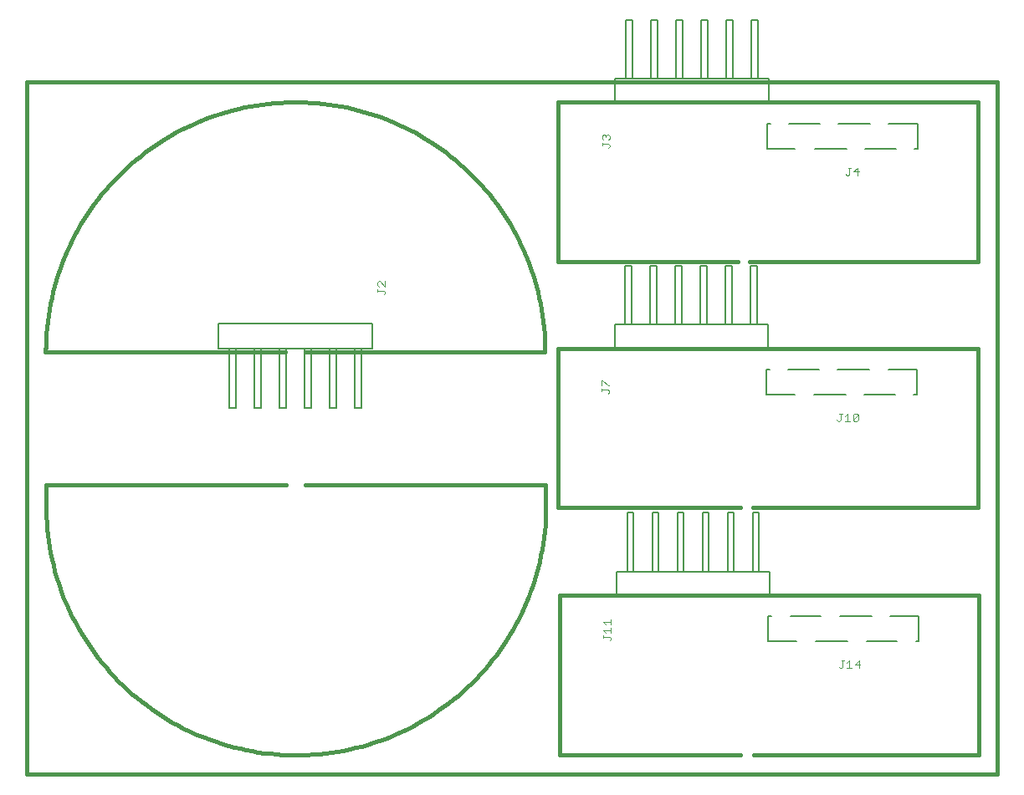
<source format=gto>
G75*
%MOIN*%
%OFA0B0*%
%FSLAX25Y25*%
%IPPOS*%
%LPD*%
%AMOC8*
5,1,8,0,0,1.08239X$1,22.5*
%
%ADD10C,0.01600*%
%ADD11C,0.00400*%
%ADD12C,0.00500*%
D10*
X0001800Y0025623D02*
X0001800Y0301463D01*
X0388760Y0301463D01*
X0388760Y0025623D01*
X0001800Y0025623D01*
X0009689Y0138093D02*
X0009592Y0135653D01*
X0009554Y0133211D01*
X0009575Y0130769D01*
X0009657Y0128328D01*
X0009799Y0125890D01*
X0010000Y0123456D01*
X0010261Y0121028D01*
X0010581Y0118607D01*
X0010961Y0116195D01*
X0011399Y0113792D01*
X0011896Y0111401D01*
X0012452Y0109023D01*
X0013066Y0106659D01*
X0013738Y0104311D01*
X0014467Y0101981D01*
X0015253Y0099668D01*
X0016095Y0097376D01*
X0016994Y0095105D01*
X0017947Y0092857D01*
X0018956Y0090633D01*
X0020019Y0088434D01*
X0021135Y0086262D01*
X0022304Y0084118D01*
X0023526Y0082003D01*
X0024799Y0079919D01*
X0026123Y0077867D01*
X0027496Y0075848D01*
X0028919Y0073863D01*
X0030390Y0071913D01*
X0031908Y0070000D01*
X0033473Y0068125D01*
X0035083Y0066289D01*
X0036738Y0064493D01*
X0038436Y0062738D01*
X0040177Y0061025D01*
X0041959Y0059356D01*
X0043782Y0057730D01*
X0045644Y0056150D01*
X0047544Y0054616D01*
X0049481Y0053129D01*
X0051454Y0051690D01*
X0053462Y0050299D01*
X0055503Y0048958D01*
X0057576Y0047668D01*
X0059681Y0046429D01*
X0061815Y0045242D01*
X0063977Y0044107D01*
X0066167Y0043026D01*
X0068383Y0041999D01*
X0070623Y0041027D01*
X0072886Y0040110D01*
X0075172Y0039248D01*
X0077477Y0038443D01*
X0079802Y0037694D01*
X0082144Y0037003D01*
X0084503Y0036370D01*
X0086876Y0035794D01*
X0089263Y0035277D01*
X0091661Y0034818D01*
X0094071Y0034418D01*
X0096489Y0034078D01*
X0098915Y0033797D01*
X0101347Y0033575D01*
X0103784Y0033414D01*
X0106224Y0033311D01*
X0108665Y0033269D01*
X0111108Y0033287D01*
X0113548Y0033364D01*
X0115987Y0033502D01*
X0118421Y0033699D01*
X0120850Y0033956D01*
X0123271Y0034272D01*
X0125684Y0034647D01*
X0128087Y0035082D01*
X0130479Y0035575D01*
X0132858Y0036127D01*
X0135223Y0036736D01*
X0137572Y0037404D01*
X0139904Y0038129D01*
X0142218Y0038911D01*
X0144511Y0039750D01*
X0146784Y0040644D01*
X0149034Y0041594D01*
X0151260Y0042599D01*
X0153460Y0043658D01*
X0155634Y0044770D01*
X0157780Y0045936D01*
X0159897Y0047154D01*
X0161983Y0048423D01*
X0164038Y0049744D01*
X0166059Y0051114D01*
X0168047Y0052533D01*
X0169999Y0054001D01*
X0171914Y0055515D01*
X0173792Y0057077D01*
X0175631Y0058684D01*
X0177430Y0060336D01*
X0179188Y0062031D01*
X0180903Y0063769D01*
X0182576Y0065548D01*
X0184205Y0067368D01*
X0185788Y0069227D01*
X0187325Y0071125D01*
X0188816Y0073059D01*
X0190258Y0075030D01*
X0191652Y0077035D01*
X0192997Y0079074D01*
X0194290Y0081145D01*
X0195533Y0083248D01*
X0196724Y0085380D01*
X0197862Y0087540D01*
X0198947Y0089728D01*
X0199978Y0091942D01*
X0200954Y0094181D01*
X0201875Y0096443D01*
X0202741Y0098726D01*
X0203550Y0101030D01*
X0204302Y0103354D01*
X0204997Y0105695D01*
X0205635Y0108052D01*
X0206215Y0110425D01*
X0206736Y0112811D01*
X0207199Y0115208D01*
X0207603Y0117617D01*
X0207947Y0120035D01*
X0208232Y0122460D01*
X0208458Y0124892D01*
X0208624Y0127328D01*
X0208730Y0129768D01*
X0208777Y0132210D01*
X0208763Y0134652D01*
X0208690Y0137093D01*
X0208690Y0134843D02*
X0208690Y0140843D01*
X0208440Y0140843D02*
X0112940Y0140843D01*
X0105440Y0140843D02*
X0009940Y0140843D01*
X0009690Y0140843D02*
X0009690Y0138093D01*
X0009440Y0194093D02*
X0104940Y0194093D01*
X0009440Y0194093D02*
X0009470Y0196516D01*
X0009558Y0198937D01*
X0009705Y0201356D01*
X0009912Y0203770D01*
X0010177Y0206179D01*
X0010500Y0208580D01*
X0010882Y0210973D01*
X0011322Y0213356D01*
X0011820Y0215727D01*
X0012376Y0218086D01*
X0012989Y0220430D01*
X0013659Y0222759D01*
X0014385Y0225071D01*
X0015167Y0227364D01*
X0016005Y0229637D01*
X0016898Y0231890D01*
X0017846Y0234120D01*
X0018848Y0236326D01*
X0019903Y0238508D01*
X0021011Y0240663D01*
X0022171Y0242790D01*
X0023383Y0244889D01*
X0024645Y0246957D01*
X0025957Y0248994D01*
X0027319Y0250998D01*
X0028729Y0252969D01*
X0030186Y0254905D01*
X0031690Y0256804D01*
X0033240Y0258667D01*
X0034835Y0260491D01*
X0036474Y0262276D01*
X0038156Y0264020D01*
X0039880Y0265723D01*
X0041644Y0267384D01*
X0043449Y0269001D01*
X0045293Y0270573D01*
X0047174Y0272101D01*
X0049092Y0273582D01*
X0051045Y0275015D01*
X0053033Y0276401D01*
X0055054Y0277738D01*
X0057106Y0279026D01*
X0059190Y0280263D01*
X0061303Y0281448D01*
X0063444Y0282583D01*
X0065613Y0283664D01*
X0067807Y0284693D01*
X0070025Y0285667D01*
X0072267Y0286588D01*
X0074530Y0287454D01*
X0076813Y0288264D01*
X0079116Y0289018D01*
X0081436Y0289716D01*
X0083773Y0290358D01*
X0086125Y0290942D01*
X0088490Y0291469D01*
X0090867Y0291938D01*
X0093255Y0292349D01*
X0095652Y0292702D01*
X0098058Y0292996D01*
X0100469Y0293232D01*
X0102886Y0293409D01*
X0105306Y0293527D01*
X0107728Y0293586D01*
X0110152Y0293586D01*
X0112574Y0293527D01*
X0114994Y0293409D01*
X0117411Y0293232D01*
X0119822Y0292996D01*
X0122228Y0292702D01*
X0124625Y0292349D01*
X0127013Y0291938D01*
X0129390Y0291469D01*
X0131755Y0290942D01*
X0134107Y0290358D01*
X0136444Y0289716D01*
X0138764Y0289018D01*
X0141067Y0288264D01*
X0143350Y0287454D01*
X0145613Y0286588D01*
X0147855Y0285667D01*
X0150073Y0284693D01*
X0152267Y0283664D01*
X0154436Y0282583D01*
X0156577Y0281448D01*
X0158690Y0280263D01*
X0160774Y0279026D01*
X0162826Y0277738D01*
X0164847Y0276401D01*
X0166835Y0275015D01*
X0168788Y0273582D01*
X0170706Y0272101D01*
X0172587Y0270573D01*
X0174431Y0269001D01*
X0176236Y0267384D01*
X0178000Y0265723D01*
X0179724Y0264020D01*
X0181406Y0262276D01*
X0183045Y0260491D01*
X0184640Y0258667D01*
X0186190Y0256804D01*
X0187694Y0254905D01*
X0189151Y0252969D01*
X0190561Y0250998D01*
X0191923Y0248994D01*
X0193235Y0246957D01*
X0194497Y0244889D01*
X0195709Y0242790D01*
X0196869Y0240663D01*
X0197977Y0238508D01*
X0199032Y0236326D01*
X0200034Y0234120D01*
X0200982Y0231890D01*
X0201875Y0229637D01*
X0202713Y0227364D01*
X0203495Y0225071D01*
X0204221Y0222759D01*
X0204891Y0220430D01*
X0205504Y0218086D01*
X0206060Y0215727D01*
X0206558Y0213356D01*
X0206998Y0210973D01*
X0207380Y0208580D01*
X0207703Y0206179D01*
X0207968Y0203770D01*
X0208175Y0201356D01*
X0208322Y0198937D01*
X0208410Y0196516D01*
X0208440Y0194093D01*
X0113190Y0194093D01*
X0213690Y0195343D02*
X0213690Y0131843D01*
X0286190Y0131843D01*
X0291440Y0131843D02*
X0380940Y0131843D01*
X0380940Y0195343D01*
X0213690Y0195343D01*
X0213690Y0229843D02*
X0285440Y0229843D01*
X0289940Y0229843D02*
X0380940Y0229843D01*
X0380940Y0293593D01*
X0380690Y0293593D02*
X0213690Y0293593D01*
X0213690Y0229843D01*
X0214440Y0097093D02*
X0381440Y0097093D01*
X0381440Y0033343D01*
X0291690Y0033343D01*
X0286190Y0033343D02*
X0214190Y0033343D01*
X0214190Y0096843D01*
X0009440Y0194343D02*
X0009440Y0195343D01*
D11*
X0141637Y0217881D02*
X0141637Y0218915D01*
X0141637Y0218398D02*
X0144223Y0218398D01*
X0144740Y0217881D01*
X0144740Y0217364D01*
X0144223Y0216847D01*
X0144740Y0220070D02*
X0142672Y0222138D01*
X0142154Y0222138D01*
X0141637Y0221621D01*
X0141637Y0220587D01*
X0142154Y0220070D01*
X0144740Y0220070D02*
X0144740Y0222138D01*
X0230887Y0182584D02*
X0231404Y0182584D01*
X0233473Y0180515D01*
X0233990Y0180515D01*
X0233473Y0178844D02*
X0230887Y0178844D01*
X0230887Y0178327D02*
X0230887Y0179361D01*
X0230887Y0180515D02*
X0230887Y0182584D01*
X0233473Y0178844D02*
X0233990Y0178327D01*
X0233990Y0177810D01*
X0233473Y0177293D01*
X0324722Y0166810D02*
X0325239Y0166293D01*
X0325756Y0166293D01*
X0326273Y0166810D01*
X0326273Y0169395D01*
X0325756Y0169395D02*
X0326790Y0169395D01*
X0327944Y0168361D02*
X0328979Y0169395D01*
X0328979Y0166293D01*
X0330013Y0166293D02*
X0327944Y0166293D01*
X0331167Y0166810D02*
X0331167Y0168878D01*
X0331684Y0169395D01*
X0332719Y0169395D01*
X0333236Y0168878D01*
X0331167Y0166810D01*
X0331684Y0166293D01*
X0332719Y0166293D01*
X0333236Y0166810D01*
X0333236Y0168878D01*
X0234740Y0087306D02*
X0234740Y0085238D01*
X0234740Y0086272D02*
X0231637Y0086272D01*
X0232672Y0085238D01*
X0234740Y0084084D02*
X0234740Y0082015D01*
X0234740Y0083049D02*
X0231637Y0083049D01*
X0232672Y0082015D01*
X0231637Y0080861D02*
X0231637Y0079827D01*
X0231637Y0080344D02*
X0234223Y0080344D01*
X0234740Y0079827D01*
X0234740Y0079310D01*
X0234223Y0078793D01*
X0325472Y0068310D02*
X0325989Y0067793D01*
X0326506Y0067793D01*
X0327023Y0068310D01*
X0327023Y0070895D01*
X0326506Y0070895D02*
X0327540Y0070895D01*
X0328694Y0069861D02*
X0329729Y0070895D01*
X0329729Y0067793D01*
X0330763Y0067793D02*
X0328694Y0067793D01*
X0331917Y0069344D02*
X0333986Y0069344D01*
X0333469Y0070895D02*
X0331917Y0069344D01*
X0333469Y0067793D02*
X0333469Y0070895D01*
X0332969Y0264293D02*
X0332969Y0267395D01*
X0331417Y0265844D01*
X0333486Y0265844D01*
X0330263Y0267395D02*
X0329229Y0267395D01*
X0329746Y0267395D02*
X0329746Y0264810D01*
X0329229Y0264293D01*
X0328712Y0264293D01*
X0328195Y0264810D01*
X0234240Y0275810D02*
X0233723Y0275293D01*
X0234240Y0275810D02*
X0234240Y0276327D01*
X0233723Y0276844D01*
X0231137Y0276844D01*
X0231137Y0276327D02*
X0231137Y0277361D01*
X0231654Y0278515D02*
X0231137Y0279032D01*
X0231137Y0280067D01*
X0231654Y0280584D01*
X0232172Y0280584D01*
X0232689Y0280067D01*
X0233206Y0280584D01*
X0233723Y0280584D01*
X0234240Y0280067D01*
X0234240Y0279032D01*
X0233723Y0278515D01*
X0232689Y0279549D02*
X0232689Y0280067D01*
D12*
X0236428Y0292967D02*
X0297452Y0292967D01*
X0297452Y0302809D01*
X0293200Y0302809D01*
X0293200Y0326431D01*
X0290680Y0326431D01*
X0290680Y0302809D01*
X0293200Y0302809D01*
X0290680Y0302809D02*
X0236428Y0302809D01*
X0236428Y0292967D01*
X0240680Y0302809D02*
X0240680Y0326431D01*
X0243200Y0326431D01*
X0243200Y0302809D01*
X0250680Y0302809D02*
X0250680Y0326431D01*
X0253200Y0326431D01*
X0253200Y0302809D01*
X0260680Y0302809D02*
X0260680Y0326431D01*
X0263200Y0326431D01*
X0263200Y0302809D01*
X0270680Y0302809D02*
X0270680Y0326431D01*
X0273200Y0326431D01*
X0273200Y0302809D01*
X0280680Y0302809D02*
X0280680Y0326431D01*
X0283200Y0326431D01*
X0283200Y0302809D01*
X0296940Y0285093D02*
X0298200Y0285093D01*
X0296940Y0285093D02*
X0296940Y0275093D01*
X0308042Y0275093D01*
X0315916Y0275093D02*
X0328515Y0275093D01*
X0335995Y0275093D02*
X0348200Y0275093D01*
X0355680Y0275093D02*
X0356940Y0275093D01*
X0356940Y0285093D01*
X0345444Y0285093D01*
X0337964Y0285093D02*
X0325365Y0285093D01*
X0317885Y0285093D02*
X0305680Y0285093D01*
X0292950Y0228431D02*
X0290430Y0228431D01*
X0290430Y0204809D01*
X0292950Y0204809D01*
X0292950Y0228431D01*
X0282950Y0228431D02*
X0280430Y0228431D01*
X0280430Y0204809D01*
X0282950Y0204809D02*
X0282950Y0228431D01*
X0272950Y0228431D02*
X0270430Y0228431D01*
X0270430Y0204809D01*
X0272950Y0204809D02*
X0272950Y0228431D01*
X0262950Y0228431D02*
X0260430Y0228431D01*
X0260430Y0204809D01*
X0262950Y0204809D02*
X0262950Y0228431D01*
X0252950Y0228431D02*
X0250430Y0228431D01*
X0250430Y0204809D01*
X0252950Y0204809D02*
X0252950Y0228431D01*
X0242950Y0228431D02*
X0240430Y0228431D01*
X0240430Y0204809D01*
X0242950Y0204809D02*
X0242950Y0228431D01*
X0236178Y0204809D02*
X0290430Y0204809D01*
X0292950Y0204809D02*
X0297202Y0204809D01*
X0297202Y0194967D01*
X0236178Y0194967D01*
X0236178Y0204809D01*
X0296690Y0187093D02*
X0296690Y0177093D01*
X0307792Y0177093D01*
X0315666Y0177093D02*
X0328265Y0177093D01*
X0335745Y0177093D02*
X0347950Y0177093D01*
X0355430Y0177093D02*
X0356690Y0177093D01*
X0356690Y0187093D01*
X0345194Y0187093D01*
X0337714Y0187093D02*
X0325115Y0187093D01*
X0317635Y0187093D02*
X0305430Y0187093D01*
X0297950Y0187093D02*
X0296690Y0187093D01*
X0293700Y0129931D02*
X0291180Y0129931D01*
X0291180Y0106309D01*
X0293700Y0106309D01*
X0293700Y0129931D01*
X0283700Y0129931D02*
X0281180Y0129931D01*
X0281180Y0106309D01*
X0283700Y0106309D02*
X0283700Y0129931D01*
X0273700Y0129931D02*
X0271180Y0129931D01*
X0271180Y0106309D01*
X0273700Y0106309D02*
X0273700Y0129931D01*
X0263700Y0129931D02*
X0261180Y0129931D01*
X0261180Y0106309D01*
X0263700Y0106309D02*
X0263700Y0129931D01*
X0253700Y0129931D02*
X0251180Y0129931D01*
X0251180Y0106309D01*
X0253700Y0106309D02*
X0253700Y0129931D01*
X0243700Y0129931D02*
X0241180Y0129931D01*
X0241180Y0106309D01*
X0243700Y0106309D02*
X0243700Y0129931D01*
X0236928Y0106309D02*
X0291180Y0106309D01*
X0293700Y0106309D02*
X0297952Y0106309D01*
X0297952Y0096467D01*
X0236928Y0096467D01*
X0236928Y0106309D01*
X0297440Y0088593D02*
X0297440Y0078593D01*
X0308542Y0078593D01*
X0316416Y0078593D02*
X0329015Y0078593D01*
X0336495Y0078593D02*
X0348700Y0078593D01*
X0356180Y0078593D02*
X0357440Y0078593D01*
X0357440Y0088593D01*
X0345944Y0088593D01*
X0338464Y0088593D02*
X0325865Y0088593D01*
X0318385Y0088593D02*
X0306180Y0088593D01*
X0298700Y0088593D02*
X0297440Y0088593D01*
X0139452Y0195376D02*
X0085200Y0195376D01*
X0085200Y0171754D01*
X0082680Y0171754D01*
X0082680Y0195376D01*
X0078428Y0195376D01*
X0078428Y0205219D01*
X0139452Y0205219D01*
X0139452Y0195376D01*
X0135200Y0195376D02*
X0135200Y0171754D01*
X0132680Y0171754D01*
X0132680Y0195376D01*
X0125200Y0195376D02*
X0125200Y0171754D01*
X0122680Y0171754D01*
X0122680Y0195376D01*
X0115200Y0195376D02*
X0115200Y0171754D01*
X0112680Y0171754D01*
X0112680Y0195376D01*
X0105200Y0195376D02*
X0105200Y0171754D01*
X0102680Y0171754D01*
X0102680Y0195376D01*
X0095200Y0195376D02*
X0095200Y0171754D01*
X0092680Y0171754D01*
X0092680Y0195376D01*
X0085200Y0195376D02*
X0082680Y0195376D01*
M02*

</source>
